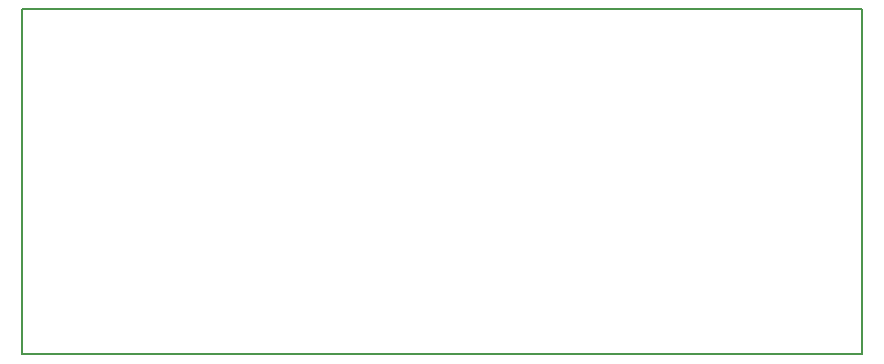
<source format=gko>
G04 #@! TF.FileFunction,Profile,NP*
%FSLAX46Y46*%
G04 Gerber Fmt 4.6, Leading zero omitted, Abs format (unit mm)*
G04 Created by KiCad (PCBNEW 4.0.6) date Sun Apr 16 17:51:56 2017*
%MOMM*%
%LPD*%
G01*
G04 APERTURE LIST*
%ADD10C,0.100000*%
%ADD11C,0.150000*%
G04 APERTURE END LIST*
D10*
D11*
X153670000Y-132080000D02*
X153670000Y-102870000D01*
X224790000Y-132080000D02*
X153670000Y-132080000D01*
X224790000Y-102870000D02*
X224790000Y-132080000D01*
X153670000Y-102870000D02*
X224790000Y-102870000D01*
M02*

</source>
